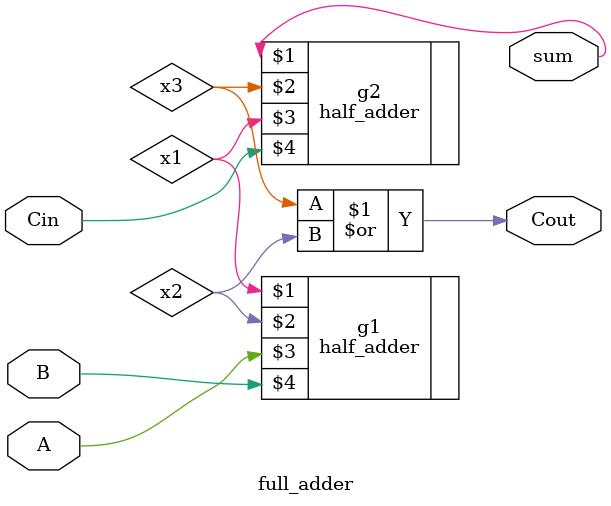
<source format=sv>
module full_adder (output wire sum, output wire Cout, input wire A, input wire B, input wire Cin);

wire x1, x2, x3; 

half_adder g1(x1, x2, A, B);
half_adder g2(sum, x3, x1, Cin);
or g3(Cout, x3, x2);

endmodule





</source>
